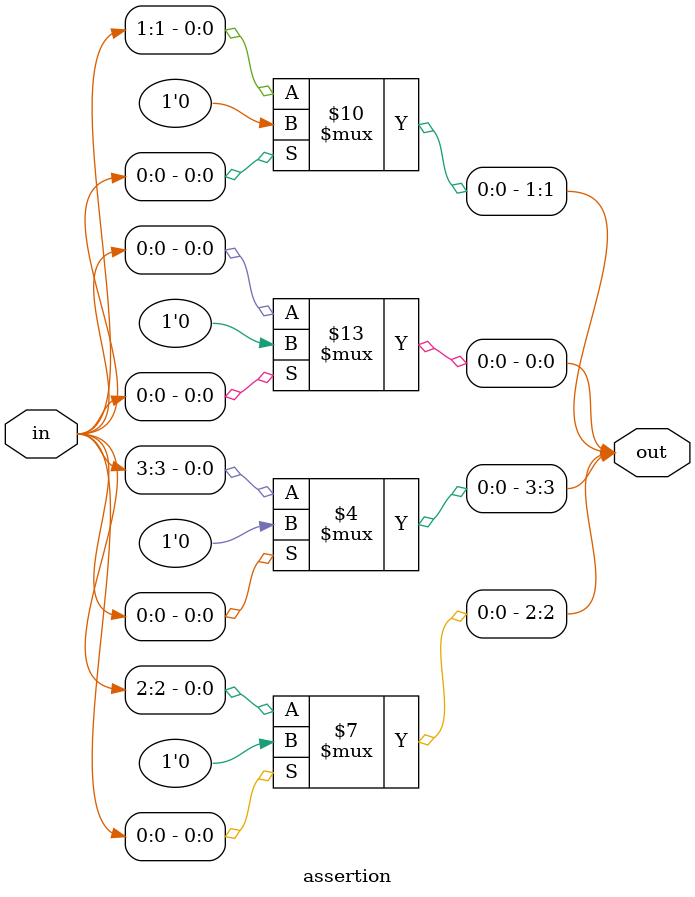
<source format=v>
`timescale 1ns / 1ps

module assertion(in, out);
    input [3:0] in;
    output reg [3:0] out;
    
//    out[0] = 0;
//    out[1] = 0;
//    out[2] = 0;
//    out[3] = 0;
    
    always @(*)
        if (in[0] == 0)begin
            out[0] <= in[0];
            out[1] <= in[1];
            out[2] <= in[2];
            out[3] <= in[3];
        end 
        else begin
            out[0] <= 1'b0;
            out[1] <= 1'b0;
            out[2] <= 1'b0;
            out[3] <= 1'b0;
        end
endmodule

</source>
